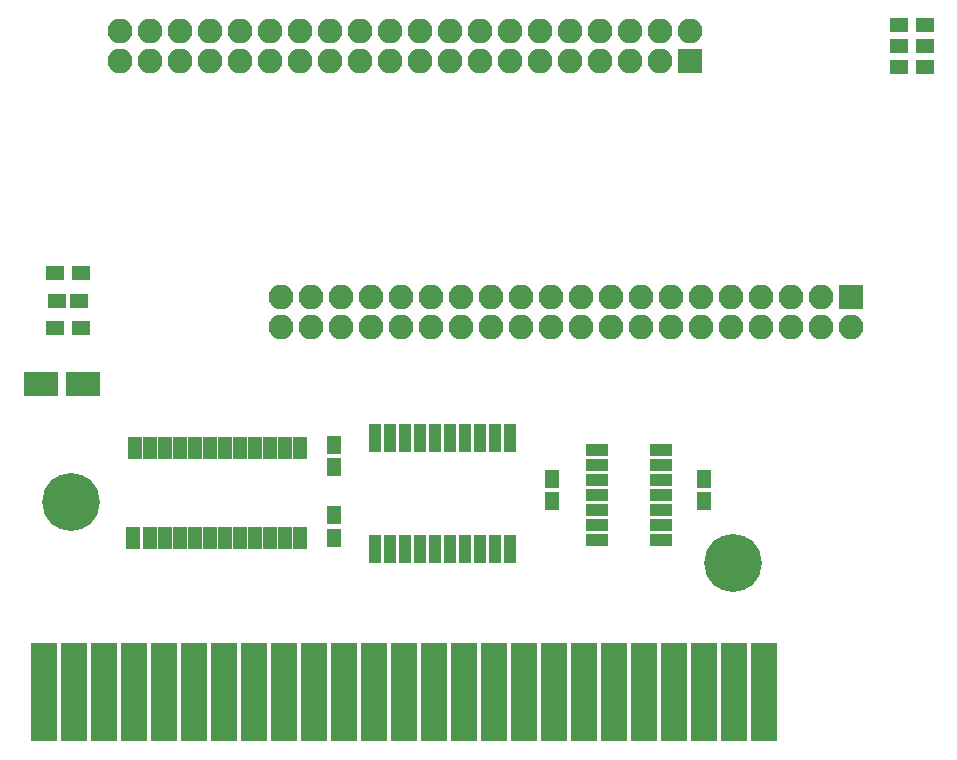
<source format=gbr>
G04 #@! TF.FileFunction,Soldermask,Bot*
%FSLAX46Y46*%
G04 Gerber Fmt 4.6, Leading zero omitted, Abs format (unit mm)*
G04 Created by KiCad (PCBNEW 4.0.7) date 04/25/18 01:36:30*
%MOMM*%
%LPD*%
G01*
G04 APERTURE LIST*
%ADD10C,0.100000*%
%ADD11C,4.900000*%
%ADD12R,2.200000X8.400000*%
%ADD13R,2.100000X2.100000*%
%ADD14O,2.100000X2.100000*%
%ADD15R,1.600000X1.300000*%
%ADD16R,1.000000X2.350000*%
%ADD17R,1.900000X1.000000*%
%ADD18R,1.600000X1.150000*%
%ADD19R,1.150000X1.600000*%
%ADD20R,1.162000X1.924000*%
%ADD21R,3.000000X2.000000*%
G04 APERTURE END LIST*
D10*
D11*
X185333640Y-98897440D03*
D12*
X187949840Y-109827440D03*
X185409840Y-109827440D03*
X182869840Y-109827440D03*
X180329840Y-109827440D03*
X177789840Y-109827440D03*
X175249840Y-109827440D03*
X172709840Y-109827440D03*
X170169840Y-109827440D03*
X167629840Y-109827440D03*
X165089840Y-109827440D03*
X162549840Y-109827440D03*
X160009840Y-109827440D03*
X157469840Y-109827440D03*
X154929840Y-109827440D03*
X152389840Y-109827440D03*
X149849840Y-109827440D03*
X147309840Y-109827440D03*
X144769840Y-109827440D03*
X142229840Y-109827440D03*
X139689840Y-109827440D03*
X137149840Y-109827440D03*
X134609840Y-109827440D03*
X132069840Y-109827440D03*
X129529840Y-109827440D03*
X126989840Y-109827440D03*
D11*
X129334260Y-93695520D03*
D13*
X181737000Y-56388000D03*
D14*
X181737000Y-53848000D03*
X179197000Y-56388000D03*
X179197000Y-53848000D03*
X176657000Y-56388000D03*
X176657000Y-53848000D03*
X174117000Y-56388000D03*
X174117000Y-53848000D03*
X171577000Y-56388000D03*
X171577000Y-53848000D03*
X169037000Y-56388000D03*
X169037000Y-53848000D03*
X166497000Y-56388000D03*
X166497000Y-53848000D03*
X163957000Y-56388000D03*
X163957000Y-53848000D03*
X161417000Y-56388000D03*
X161417000Y-53848000D03*
X158877000Y-56388000D03*
X158877000Y-53848000D03*
X156337000Y-56388000D03*
X156337000Y-53848000D03*
X153797000Y-56388000D03*
X153797000Y-53848000D03*
X151257000Y-56388000D03*
X151257000Y-53848000D03*
X148717000Y-56388000D03*
X148717000Y-53848000D03*
X146177000Y-56388000D03*
X146177000Y-53848000D03*
X143637000Y-56388000D03*
X143637000Y-53848000D03*
X141097000Y-56388000D03*
X141097000Y-53848000D03*
X138557000Y-56388000D03*
X138557000Y-53848000D03*
X136017000Y-56388000D03*
X136017000Y-53848000D03*
X133477000Y-56388000D03*
X133477000Y-53848000D03*
D13*
X195326000Y-76327000D03*
D14*
X195326000Y-78867000D03*
X192786000Y-76327000D03*
X192786000Y-78867000D03*
X190246000Y-76327000D03*
X190246000Y-78867000D03*
X187706000Y-76327000D03*
X187706000Y-78867000D03*
X185166000Y-76327000D03*
X185166000Y-78867000D03*
X182626000Y-76327000D03*
X182626000Y-78867000D03*
X180086000Y-76327000D03*
X180086000Y-78867000D03*
X177546000Y-76327000D03*
X177546000Y-78867000D03*
X175006000Y-76327000D03*
X175006000Y-78867000D03*
X172466000Y-76327000D03*
X172466000Y-78867000D03*
X169926000Y-76327000D03*
X169926000Y-78867000D03*
X167386000Y-76327000D03*
X167386000Y-78867000D03*
X164846000Y-76327000D03*
X164846000Y-78867000D03*
X162306000Y-76327000D03*
X162306000Y-78867000D03*
X159766000Y-76327000D03*
X159766000Y-78867000D03*
X157226000Y-76327000D03*
X157226000Y-78867000D03*
X154686000Y-76327000D03*
X154686000Y-78867000D03*
X152146000Y-76327000D03*
X152146000Y-78867000D03*
X149606000Y-76327000D03*
X149606000Y-78867000D03*
X147066000Y-76327000D03*
X147066000Y-78867000D03*
D15*
X201574000Y-53340000D03*
X199374000Y-53340000D03*
D16*
X155067000Y-88264000D03*
X156337000Y-88264000D03*
X157607000Y-88264000D03*
X158877000Y-88264000D03*
X160147000Y-88264000D03*
X161417000Y-88264000D03*
X162687000Y-88264000D03*
X163957000Y-88264000D03*
X165227000Y-88264000D03*
X166497000Y-88264000D03*
X166497000Y-97664000D03*
X165227000Y-97664000D03*
X163957000Y-97664000D03*
X162687000Y-97664000D03*
X161417000Y-97664000D03*
X160147000Y-97664000D03*
X158877000Y-97664000D03*
X157607000Y-97664000D03*
X156337000Y-97664000D03*
X155067000Y-97664000D03*
D17*
X179230000Y-89281000D03*
X179230000Y-90551000D03*
X179230000Y-91821000D03*
X179230000Y-93091000D03*
X179230000Y-94361000D03*
X179230000Y-95631000D03*
X179230000Y-96901000D03*
X173830000Y-96901000D03*
X173830000Y-95631000D03*
X173830000Y-94361000D03*
X173830000Y-93091000D03*
X173830000Y-91821000D03*
X173830000Y-90551000D03*
X173830000Y-89281000D03*
D18*
X129982000Y-76708000D03*
X128082000Y-76708000D03*
D15*
X130132000Y-78994000D03*
X127932000Y-78994000D03*
D19*
X182880000Y-93660000D03*
X182880000Y-91760000D03*
X151587000Y-88864400D03*
X151587000Y-90764400D03*
X170053000Y-93660000D03*
X170053000Y-91760000D03*
D15*
X201574000Y-55118000D03*
X199374000Y-55118000D03*
X201574000Y-56896000D03*
X199374000Y-56896000D03*
X130132000Y-74295000D03*
X127932000Y-74295000D03*
D19*
X151587000Y-94858800D03*
X151587000Y-96758800D03*
D20*
X148666000Y-96774000D03*
X147396000Y-96774000D03*
X146126000Y-96774000D03*
X144856000Y-96774000D03*
X143586000Y-96774000D03*
X142316000Y-96774000D03*
X141046000Y-96774000D03*
X139776000Y-96774000D03*
X138506000Y-96774000D03*
X137236000Y-96774000D03*
X135966000Y-96774000D03*
X134569000Y-96774000D03*
X148666000Y-89154000D03*
X147396000Y-89154000D03*
X146126000Y-89154000D03*
X144856000Y-89154000D03*
X143586000Y-89154000D03*
X142316000Y-89154000D03*
X141046000Y-89154000D03*
X139776000Y-89154000D03*
X138506000Y-89154000D03*
X137236000Y-89154000D03*
X135966000Y-89154000D03*
X134696000Y-89154000D03*
D21*
X130324000Y-83693000D03*
X126724000Y-83693000D03*
M02*

</source>
